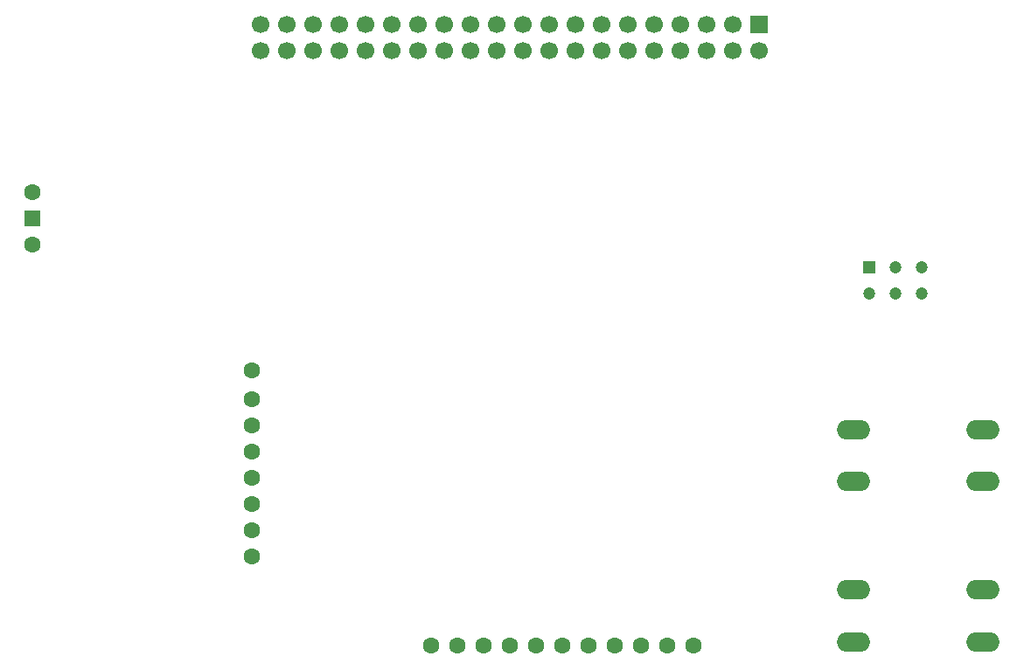
<source format=gts>
G04 #@! TF.GenerationSoftware,KiCad,Pcbnew,9.0.1*
G04 #@! TF.CreationDate,2025-04-06T16:16:06+02:00*
G04 #@! TF.ProjectId,camera_base,63616d65-7261-45f6-9261-73652e6b6963,rev?*
G04 #@! TF.SameCoordinates,Original*
G04 #@! TF.FileFunction,Soldermask,Top*
G04 #@! TF.FilePolarity,Negative*
%FSLAX46Y46*%
G04 Gerber Fmt 4.6, Leading zero omitted, Abs format (unit mm)*
G04 Created by KiCad (PCBNEW 9.0.1) date 2025-04-06 16:16:06*
%MOMM*%
%LPD*%
G01*
G04 APERTURE LIST*
%ADD10C,1.600000*%
%ADD11C,1.700000*%
%ADD12R,1.700000X1.700000*%
%ADD13R,1.200000X1.200000*%
%ADD14C,1.200000*%
%ADD15O,3.200000X1.900000*%
%ADD16R,1.500000X1.500000*%
G04 APERTURE END LIST*
D10*
X124700000Y-170200000D03*
X122160000Y-170200000D03*
X119620000Y-170200000D03*
X117080000Y-170200000D03*
X114540000Y-170200000D03*
X112000000Y-170200000D03*
X109460000Y-170200000D03*
X106920000Y-170200000D03*
X104380000Y-170200000D03*
X101840000Y-170200000D03*
X99300000Y-170200000D03*
D11*
X82860000Y-112500000D03*
X82860000Y-109960000D03*
X85400000Y-112500000D03*
X85400000Y-109960000D03*
X87940000Y-112500000D03*
X87940000Y-109960000D03*
X90480000Y-112500000D03*
X90480000Y-109960000D03*
X93020000Y-112500000D03*
X93020000Y-109960000D03*
X95560000Y-112500000D03*
X95560000Y-109960000D03*
X98100000Y-112500000D03*
X98100000Y-109960000D03*
X100640000Y-112500000D03*
X100640000Y-109960000D03*
X103180000Y-112500000D03*
X103180000Y-109960000D03*
X105720000Y-112500000D03*
X105720000Y-109960000D03*
X108260000Y-112500000D03*
X108260000Y-109960000D03*
X110800000Y-112500000D03*
X110800000Y-109960000D03*
X113340000Y-112500000D03*
X113340000Y-109960000D03*
X115880000Y-112500000D03*
X115880000Y-109960000D03*
X118420000Y-112500000D03*
X118420000Y-109960000D03*
X120960000Y-112500000D03*
X120960000Y-109960000D03*
X123500000Y-112500000D03*
X123500000Y-109960000D03*
X126040000Y-112500000D03*
X126040000Y-109960000D03*
X128580000Y-112500000D03*
X128580000Y-109960000D03*
X131120000Y-112500000D03*
D12*
X131120000Y-109960000D03*
D13*
X141710000Y-133500000D03*
D14*
X144250000Y-133500000D03*
X146790000Y-133500000D03*
X141710000Y-136040000D03*
X144250000Y-136040000D03*
X146790000Y-136040000D03*
D15*
X140250000Y-164800000D03*
X152750000Y-164800000D03*
X140250000Y-169800000D03*
X152750000Y-169800000D03*
D16*
X60750000Y-128790000D03*
D10*
X60750000Y-131330000D03*
X60750000Y-126250000D03*
X82000000Y-143500000D03*
X82000000Y-146340000D03*
X82000000Y-148880000D03*
X82000000Y-151420000D03*
X82000000Y-153960000D03*
X82000000Y-156500000D03*
X82000000Y-159040000D03*
X82000000Y-161580000D03*
D15*
X140250000Y-149250000D03*
X152750000Y-149250000D03*
X140250000Y-154250000D03*
X152750000Y-154250000D03*
M02*

</source>
